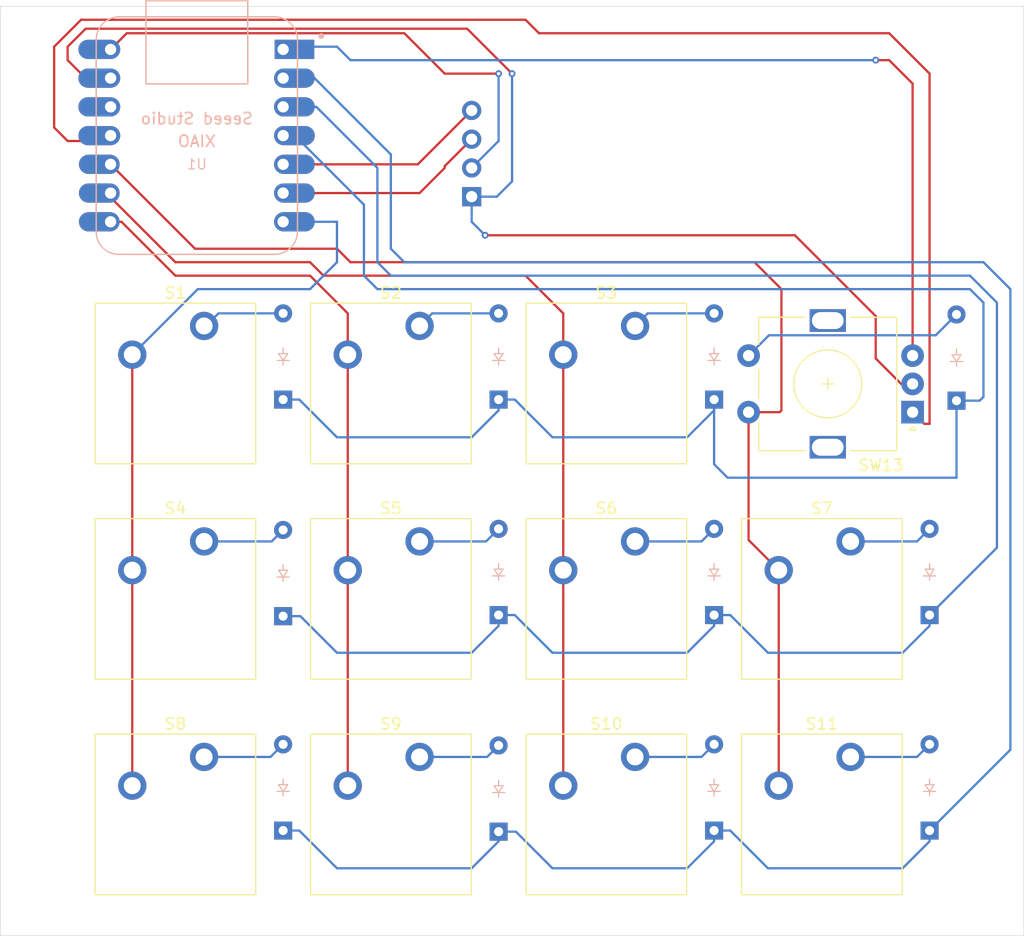
<source format=kicad_pcb>
(kicad_pcb (version 20240108) (generator "pcbnew") (generator_version "8.0")
  (layers (0 "F.Cu" signal) (31 "B.Cu" signal) (34 "B.Paste" user) (35 "F.Paste" user) (36 "B.SilkS" user "B.Silkscreen") (37 "F.SilkS" user "F.Silkscreen") (38 "B.Mask" user) (39 "F.Mask" user) (44 "Edge.Cuts" user))
  (net 0 "")
  (net 1 "Row 0")
  (net 2 "Net-(D1-A)")
  (net 3 "Net-(D2-A)")
  (net 4 "Net-(D3-A)")
  (net 5 "Net-(D4-A)")
  (net 6 "Row 1")
  (net 7 "Net-(D5-A)")
  (net 8 "Net-(D6-A)")
  (net 9 "Net-(D7-A)")
  (net 10 "Net-(D8-A)")
  (net 11 "Row 2")
  (net 12 "Net-(D9-A)")
  (net 13 "Net-(D10-A)")
  (net 14 "Net-(D11-A)")
  (net 15 "GND")
  (net 16 "VCC")
  (net 17 "SDA")
  (net 18 "SCL")
  (net 19 "Col 0")
  (net 20 "Col 1")
  (net 21 "Col 2")
  (net 22 "Col 3")
  (net 23 "Rotary A")
  (net 24 "Rotary B")
  (net 26 "Net-(D12-A)")
  (footprint "ScottoKeebs_MX:MX_PCB_1.00u" (layer "F.Cu") (at 155.1975 112.3625)
    (property "Reference" "S7" (at 0 -8 0) (layer "F.SilkS"))
    (property "Value" "Keyswitch")
    (fp_line (start -7.1 -7.1) (end -7.1 7.1) (stroke (width 0.12)) (layer "F.SilkS"))
    (fp_line (start -7.1 7.1) (end 7.1 7.1) (stroke (width 0.12)) (layer "F.SilkS"))
    (fp_line (start 7.1 -7.1) (end -7.1 -7.1) (stroke (width 0.12)) (layer "F.SilkS"))
    (fp_line (start 7.1 7.1) (end 7.1 -7.1) (stroke (width 0.12)) (layer "F.SilkS"))
    (pad "" np_thru_hole circle (at -5.08 0) (size 1.75 1.75) (drill 1.75) (layers "*.Cu" "*.Mask"))
    (pad "" np_thru_hole circle (at 0 0) (size 4 4) (drill 4) (layers "*.Cu" "*.Mask"))
    (pad "" np_thru_hole circle (at 5.08 0) (size 1.75 1.75) (drill 1.75) (layers "*.Cu" "*.Mask"))
    (pad "1" thru_hole circle (at -3.81 -2.54) (size 2.5 2.5) (drill 1.5) (layers "*.Cu" "*.Mask") (net 22 "Col 3"))
    (pad "2" thru_hole circle (at 2.54 -5.08) (size 2.5 2.5) (drill 1.5) (layers "*.Cu" "*.Mask") (net 9 "Net-(D7-A)"))
  )
  (footprint "ScottoKeebs_MX:MX_PCB_1.00u" (layer "F.Cu") (at 155.1975 131.4125)
    (property "Reference" "S11" (at 0 -8 0) (layer "F.SilkS"))
    (property "Value" "Keyswitch")
    (fp_line (start -7.1 -7.1) (end -7.1 7.1) (stroke (width 0.12)) (layer "F.SilkS"))
    (fp_line (start -7.1 7.1) (end 7.1 7.1) (stroke (width 0.12)) (layer "F.SilkS"))
    (fp_line (start 7.1 -7.1) (end -7.1 -7.1) (stroke (width 0.12)) (layer "F.SilkS"))
    (fp_line (start 7.1 7.1) (end 7.1 -7.1) (stroke (width 0.12)) (layer "F.SilkS"))
    (pad "" np_thru_hole circle (at -5.08 0) (size 1.75 1.75) (drill 1.75) (layers "*.Cu" "*.Mask"))
    (pad "" np_thru_hole circle (at 0 0) (size 4 4) (drill 4) (layers "*.Cu" "*.Mask"))
    (pad "" np_thru_hole circle (at 5.08 0) (size 1.75 1.75) (drill 1.75) (layers "*.Cu" "*.Mask"))
    (pad "1" thru_hole circle (at -3.81 -2.54) (size 2.5 2.5) (drill 1.5) (layers "*.Cu" "*.Mask") (net 22 "Col 3"))
    (pad "2" thru_hole circle (at 2.54 -5.08) (size 2.5 2.5) (drill 1.5) (layers "*.Cu" "*.Mask") (net 14 "Net-(D11-A)"))
  )
  (footprint "ScottoKeebs_MX:MX_PCB_1.00u" (layer "F.Cu") (at 98.0475 112.3625)
    (property "Reference" "S4" (at 0 -8 0) (layer "F.SilkS"))
    (property "Value" "Keyswitch")
    (fp_line (start -7.1 -7.1) (end -7.1 7.1) (stroke (width 0.12)) (layer "F.SilkS"))
    (fp_line (start -7.1 7.1) (end 7.1 7.1) (stroke (width 0.12)) (layer "F.SilkS"))
    (fp_line (start 7.1 -7.1) (end -7.1 -7.1) (stroke (width 0.12)) (layer "F.SilkS"))
    (fp_line (start 7.1 7.1) (end 7.1 -7.1) (stroke (width 0.12)) (layer "F.SilkS"))
    (pad "" np_thru_hole circle (at -5.08 0) (size 1.75 1.75) (drill 1.75) (layers "*.Cu" "*.Mask"))
    (pad "" np_thru_hole circle (at 0 0) (size 4 4) (drill 4) (layers "*.Cu" "*.Mask"))
    (pad "" np_thru_hole circle (at 5.08 0) (size 1.75 1.75) (drill 1.75) (layers "*.Cu" "*.Mask"))
    (pad "1" thru_hole circle (at -3.81 -2.54) (size 2.5 2.5) (drill 1.5) (layers "*.Cu" "*.Mask") (net 19 "Col 0"))
    (pad "2" thru_hole circle (at 2.54 -5.08) (size 2.5 2.5) (drill 1.5) (layers "*.Cu" "*.Mask") (net 5 "Net-(D4-A)"))
  )
  (footprint "ScottoKeebs_MX:MX_PCB_1.00u" (layer "F.Cu") (at 117.0975 131.4125)
    (property "Reference" "S9" (at 0 -8 0) (layer "F.SilkS"))
    (property "Value" "Keyswitch")
    (fp_line (start -7.1 -7.1) (end -7.1 7.1) (stroke (width 0.12)) (layer "F.SilkS"))
    (fp_line (start -7.1 7.1) (end 7.1 7.1) (stroke (width 0.12)) (layer "F.SilkS"))
    (fp_line (start 7.1 -7.1) (end -7.1 -7.1) (stroke (width 0.12)) (layer "F.SilkS"))
    (fp_line (start 7.1 7.1) (end 7.1 -7.1) (stroke (width 0.12)) (layer "F.SilkS"))
    (pad "" np_thru_hole circle (at -5.08 0) (size 1.75 1.75) (drill 1.75) (layers "*.Cu" "*.Mask"))
    (pad "" np_thru_hole circle (at 0 0) (size 4 4) (drill 4) (layers "*.Cu" "*.Mask"))
    (pad "" np_thru_hole circle (at 5.08 0) (size 1.75 1.75) (drill 1.75) (layers "*.Cu" "*.Mask"))
    (pad "1" thru_hole circle (at -3.81 -2.54) (size 2.5 2.5) (drill 1.5) (layers "*.Cu" "*.Mask") (net 20 "Col 1"))
    (pad "2" thru_hole circle (at 2.54 -5.08) (size 2.5 2.5) (drill 1.5) (layers "*.Cu" "*.Mask") (net 12 "Net-(D9-A)"))
  )
  (footprint "ScottoKeebs_Components:OLED_128x32" (layer "F.Cu") (at 122.64125 67.0025)
    (property "Reference" "J1" (hide yes))
    (property "Value" "OLED_128x32")
    (pad "1" thru_hole rect (at 1.6 9.8 180) (size 1.7 1.7) (drill 1) (layers "*.Cu" "*.Mask") (net 15 "GND"))
    (pad "2" thru_hole oval (at 1.6 7.26 180) (size 1.7 1.7) (drill 1) (layers "*.Cu" "*.Mask") (net 16 "VCC"))
    (pad "3" thru_hole oval (at 1.6 4.72 180) (size 1.7 1.7) (drill 1) (layers "*.Cu" "*.Mask") (net 18 "SCL"))
    (pad "4" thru_hole oval (at 1.6 2.18 180) (size 1.7 1.7) (drill 1) (layers "*.Cu" "*.Mask") (net 17 "SDA"))
  )
  (footprint "Rotary_Encoder:RotaryEncoder_Alps_EC11E-Switch_Vertical_H20mm" (layer "F.Cu") (at 163.2225 95.85625 180)
    (property "Reference" "SW13" (at 2.8 -4.7 0) (layer "F.SilkS"))
    (property "Value" "RotaryEncoder_Switch")
    (fp_line (start 13.6 8.4) (end 9.5 8.4) (stroke (width 0.12)) (layer "F.SilkS"))
    (fp_line (start 13.6 6) (end 13.6 8.4) (stroke (width 0.12)) (layer "F.SilkS"))
    (fp_line (start 13.6 1.2) (end 13.6 3.8) (stroke (width 0.12)) (layer "F.SilkS"))
    (fp_line (start 13.6 -3.4) (end 13.6 -1) (stroke (width 0.12)) (layer "F.SilkS"))
    (fp_line (start 9.5 -3.4) (end 13.6 -3.4) (stroke (width 0.12)) (layer "F.SilkS"))
    (fp_line (start 7.5 2) (end 7.5 3) (stroke (width 0.12)) (layer "F.SilkS"))
    (fp_line (start 7 2.5) (end 8 2.5) (stroke (width 0.12)) (layer "F.SilkS"))
    (fp_line (start 5.5 8.4) (end 1.4 8.4) (stroke (width 0.12)) (layer "F.SilkS"))
    (fp_line (start 5.5 -3.4) (end 1.4 -3.4) (stroke (width 0.12)) (layer "F.SilkS"))
    (fp_line (start 1.4 -3.4) (end 1.4 8.4) (stroke (width 0.12)) (layer "F.SilkS"))
    (fp_line (start 0.3 -1.6) (end 0 -1.3) (stroke (width 0.12)) (layer "F.SilkS"))
    (fp_line (start 0 -1.3) (end -0.3 -1.6) (stroke (width 0.12)) (layer "F.SilkS"))
    (fp_line (start -0.3 -1.6) (end 0.3 -1.6) (stroke (width 0.12)) (layer "F.SilkS"))
    (fp_circle (center 7.5 2.5) (end 10.5 2.5) (stroke (width 0.12)) (fill none) (layer "F.SilkS"))
    (pad "A" thru_hole rect (at 0 0 180) (size 2 2) (drill 1) (layers "*.Cu" "*.Mask") (net 23 "Rotary A"))
    (pad "B" thru_hole circle (at 0 5 180) (size 2 2) (drill 1) (layers "*.Cu" "*.Mask") (net 24 "Rotary B"))
    (pad "C" thru_hole circle (at 0 2.5 180) (size 2 2) (drill 1) (layers "*.Cu" "*.Mask") (net 15 "GND"))
    (pad "MP" thru_hole rect (at 7.5 -3.1 180) (size 3.2 2) (drill oval 2.8 1.5) (layers "*.Cu" "*.Mask"))
    (pad "MP" thru_hole rect (at 7.5 8.1 180) (size 3.2 2) (drill oval 2.8 1.5) (layers "*.Cu" "*.Mask"))
    (pad "S1" thru_hole circle (at 14.5 5 180) (size 2 2) (drill 1) (layers "*.Cu" "*.Mask") (net 26 "Net-(D12-A)"))
    (pad "S2" thru_hole circle (at 14.5 0 180) (size 2 2) (drill 1) (layers "*.Cu" "*.Mask") (net 22 "Col 3"))
  )
  (footprint "ScottoKeebs_MX:MX_PCB_1.00u" (layer "F.Cu") (at 136.1475 131.4125)
    (property "Reference" "S10" (at 0 -8 0) (layer "F.SilkS"))
    (property "Value" "Keyswitch")
    (fp_line (start -7.1 -7.1) (end -7.1 7.1) (stroke (width 0.12)) (layer "F.SilkS"))
    (fp_line (start -7.1 7.1) (end 7.1 7.1) (stroke (width 0.12)) (layer "F.SilkS"))
    (fp_line (start 7.1 -7.1) (end -7.1 -7.1) (stroke (width 0.12)) (layer "F.SilkS"))
    (fp_line (start 7.1 7.1) (end 7.1 -7.1) (stroke (width 0.12)) (layer "F.SilkS"))
    (pad "" np_thru_hole circle (at -5.08 0) (size 1.75 1.75) (drill 1.75) (layers "*.Cu" "*.Mask"))
    (pad "" np_thru_hole circle (at 0 0) (size 4 4) (drill 4) (layers "*.Cu" "*.Mask"))
    (pad "" np_thru_hole circle (at 5.08 0) (size 1.75 1.75) (drill 1.75) (layers "*.Cu" "*.Mask"))
    (pad "1" thru_hole circle (at -3.81 -2.54) (size 2.5 2.5) (drill 1.5) (layers "*.Cu" "*.Mask") (net 21 "Col 2"))
    (pad "2" thru_hole circle (at 2.54 -5.08) (size 2.5 2.5) (drill 1.5) (layers "*.Cu" "*.Mask") (net 13 "Net-(D10-A)"))
  )
  (footprint "ScottoKeebs_MX:MX_PCB_1.00u" (layer "F.Cu") (at 98.0475 131.4125)
    (property "Reference" "S8" (at 0 -8 0) (layer "F.SilkS"))
    (property "Value" "Keyswitch")
    (fp_line (start -7.1 -7.1) (end -7.1 7.1) (stroke (width 0.12)) (layer "F.SilkS"))
    (fp_line (start -7.1 7.1) (end 7.1 7.1) (stroke (width 0.12)) (layer "F.SilkS"))
    (fp_line (start 7.1 -7.1) (end -7.1 -7.1) (stroke (width 0.12)) (layer "F.SilkS"))
    (fp_line (start 7.1 7.1) (end 7.1 -7.1) (stroke (width 0.12)) (layer "F.SilkS"))
    (pad "" np_thru_hole circle (at -5.08 0) (size 1.75 1.75) (drill 1.75) (layers "*.Cu" "*.Mask"))
    (pad "" np_thru_hole circle (at 0 0) (size 4 4) (drill 4) (layers "*.Cu" "*.Mask"))
    (pad "" np_thru_hole circle (at 5.08 0) (size 1.75 1.75) (drill 1.75) (layers "*.Cu" "*.Mask"))
    (pad "1" thru_hole circle (at -3.81 -2.54) (size 2.5 2.5) (drill 1.5) (layers "*.Cu" "*.Mask") (net 19 "Col 0"))
    (pad "2" thru_hole circle (at 2.54 -5.08) (size 2.5 2.5) (drill 1.5) (layers "*.Cu" "*.Mask") (net 10 "Net-(D8-A)"))
  )
  (footprint "ScottoKeebs_MX:MX_PCB_1.00u" (layer "F.Cu") (at 117.0975 93.3125)
    (property "Reference" "S2" (at 0 -8 0) (layer "F.SilkS"))
    (property "Value" "Keyswitch")
    (fp_line (start -7.1 -7.1) (end -7.1 7.1) (stroke (width 0.12)) (layer "F.SilkS"))
    (fp_line (start -7.1 7.1) (end 7.1 7.1) (stroke (width 0.12)) (layer "F.SilkS"))
    (fp_line (start 7.1 -7.1) (end -7.1 -7.1) (stroke (width 0.12)) (layer "F.SilkS"))
    (fp_line (start 7.1 7.1) (end 7.1 -7.1) (stroke (width 0.12)) (layer "F.SilkS"))
    (pad "" np_thru_hole circle (at -5.08 0) (size 1.75 1.75) (drill 1.75) (layers "*.Cu" "*.Mask"))
    (pad "" np_thru_hole circle (at 0 0) (size 4 4) (drill 4) (layers "*.Cu" "*.Mask"))
    (pad "" np_thru_hole circle (at 5.08 0) (size 1.75 1.75) (drill 1.75) (layers "*.Cu" "*.Mask"))
    (pad "1" thru_hole circle (at -3.81 -2.54) (size 2.5 2.5) (drill 1.5) (layers "*.Cu" "*.Mask") (net 20 "Col 1"))
    (pad "2" thru_hole circle (at 2.54 -5.08) (size 2.5 2.5) (drill 1.5) (layers "*.Cu" "*.Mask") (net 3 "Net-(D2-A)"))
  )
  (footprint "ScottoKeebs_MX:MX_PCB_1.00u" (layer "F.Cu") (at 117.0975 112.3625)
    (property "Reference" "S5" (at 0 -8 0) (layer "F.SilkS"))
    (property "Value" "Keyswitch")
    (fp_line (start -7.1 -7.1) (end -7.1 7.1) (stroke (width 0.12)) (layer "F.SilkS"))
    (fp_line (start -7.1 7.1) (end 7.1 7.1) (stroke (width 0.12)) (layer "F.SilkS"))
    (fp_line (start 7.1 -7.1) (end -7.1 -7.1) (stroke (width 0.12)) (layer "F.SilkS"))
    (fp_line (start 7.1 7.1) (end 7.1 -7.1) (stroke (width 0.12)) (layer "F.SilkS"))
    (pad "" np_thru_hole circle (at -5.08 0) (size 1.75 1.75) (drill 1.75) (layers "*.Cu" "*.Mask"))
    (pad "" np_thru_hole circle (at 0 0) (size 4 4) (drill 4) (layers "*.Cu" "*.Mask"))
    (pad "" np_thru_hole circle (at 5.08 0) (size 1.75 1.75) (drill 1.75) (layers "*.Cu" "*.Mask"))
    (pad "1" thru_hole circle (at -3.81 -2.54) (size 2.5 2.5) (drill 1.5) (layers "*.Cu" "*.Mask") (net 20 "Col 1"))
    (pad "2" thru_hole circle (at 2.54 -5.08) (size 2.5 2.5) (drill 1.5) (layers "*.Cu" "*.Mask") (net 7 "Net-(D5-A)"))
  )
  (footprint "ScottoKeebs_MX:MX_PCB_1.00u" (layer "F.Cu") (at 136.1475 112.3625)
    (property "Reference" "S6" (at 0 -8 0) (layer "F.SilkS"))
    (property "Value" "Keyswitch")
    (fp_line (start -7.1 -7.1) (end -7.1 7.1) (stroke (width 0.12)) (layer "F.SilkS"))
    (fp_line (start -7.1 7.1) (end 7.1 7.1) (stroke (width 0.12)) (layer "F.SilkS"))
    (fp_line (start 7.1 -7.1) (end -7.1 -7.1) (stroke (width 0.12)) (layer "F.SilkS"))
    (fp_line (start 7.1 7.1) (end 7.1 -7.1) (stroke (width 0.12)) (layer "F.SilkS"))
    (pad "" np_thru_hole circle (at -5.08 0) (size 1.75 1.75) (drill 1.75) (layers "*.Cu" "*.Mask"))
    (pad "" np_thru_hole circle (at 0 0) (size 4 4) (drill 4) (layers "*.Cu" "*.Mask"))
    (pad "" np_thru_hole circle (at 5.08 0) (size 1.75 1.75) (drill 1.75) (layers "*.Cu" "*.Mask"))
    (pad "1" thru_hole circle (at -3.81 -2.54) (size 2.5 2.5) (drill 1.5) (layers "*.Cu" "*.Mask") (net 21 "Col 2"))
    (pad "2" thru_hole circle (at 2.54 -5.08) (size 2.5 2.5) (drill 1.5) (layers "*.Cu" "*.Mask") (net 8 "Net-(D6-A)"))
  )
  (footprint "ScottoKeebs_MX:MX_PCB_1.00u" (layer "F.Cu") (at 136.1475 93.3125)
    (property "Reference" "S3" (at 0 -8 0) (layer "F.SilkS"))
    (property "Value" "Keyswitch")
    (fp_line (start -7.1 -7.1) (end -7.1 7.1) (stroke (width 0.12)) (layer "F.SilkS"))
    (fp_line (start -7.1 7.1) (end 7.1 7.1) (stroke (width 0.12)) (layer "F.SilkS"))
    (fp_line (start 7.1 -7.1) (end -7.1 -7.1) (stroke (width 0.12)) (layer "F.SilkS"))
    (fp_line (start 7.1 7.1) (end 7.1 -7.1) (stroke (width 0.12)) (layer "F.SilkS"))
    (pad "" np_thru_hole circle (at -5.08 0) (size 1.75 1.75) (drill 1.75) (layers "*.Cu" "*.Mask"))
    (pad "" np_thru_hole circle (at 0 0) (size 4 4) (drill 4) (layers "*.Cu" "*.Mask"))
    (pad "" np_thru_hole circle (at 5.08 0) (size 1.75 1.75) (drill 1.75) (layers "*.Cu" "*.Mask"))
    (pad "1" thru_hole circle (at -3.81 -2.54) (size 2.5 2.5) (drill 1.5) (layers "*.Cu" "*.Mask") (net 21 "Col 2"))
    (pad "2" thru_hole circle (at 2.54 -5.08) (size 2.5 2.5) (drill 1.5) (layers "*.Cu" "*.Mask") (net 4 "Net-(D3-A)"))
  )
  (footprint "ScottoKeebs_MX:MX_PCB_1.00u" (layer "F.Cu") (at 98.0475 93.3125)
    (property "Reference" "S1" (at 0 -8 0) (layer "F.SilkS"))
    (property "Value" "Keyswitch")
    (fp_line (start -7.1 -7.1) (end -7.1 7.1) (stroke (width 0.12)) (layer "F.SilkS"))
    (fp_line (start -7.1 7.1) (end 7.1 7.1) (stroke (width 0.12)) (layer "F.SilkS"))
    (fp_line (start 7.1 -7.1) (end -7.1 -7.1) (stroke (width 0.12)) (layer "F.SilkS"))
    (fp_line (start 7.1 7.1) (end 7.1 -7.1) (stroke (width 0.12)) (layer "F.SilkS"))
    (pad "" np_thru_hole circle (at -5.08 0) (size 1.75 1.75) (drill 1.75) (layers "*.Cu" "*.Mask"))
    (pad "" np_thru_hole circle (at 0 0) (size 4 4) (drill 4) (layers "*.Cu" "*.Mask"))
    (pad "" np_thru_hole circle (at 5.08 0) (size 1.75 1.75) (drill 1.75) (layers "*.Cu" "*.Mask"))
    (pad "1" thru_hole circle (at -3.81 -2.54) (size 2.5 2.5) (drill 1.5) (layers "*.Cu" "*.Mask") (net 19 "Col 0"))
    (pad "2" thru_hole circle (at 2.54 -5.08) (size 2.5 2.5) (drill 1.5) (layers "*.Cu" "*.Mask") (net 2 "Net-(D1-A)"))
  )
  (footprint "ScottoKeebs_Components:Diode_DO-35" (layer "B.Cu") (at 164.7225 132.84125 90)
    (property "Reference" "D11" (hide yes))
    (property "Value" "Diode" (hide yes))
    (fp_line (start 3.46 -0.55) (end 3.46 0.55) (stroke (width 0.1)) (layer "B.SilkS"))
    (fp_line (start 4.06 -0.4) (end 4.06 0.4) (stroke (width 0.1)) (layer "B.SilkS"))
    (fp_line (start 4.56 0) (end 4.06 0) (stroke (width 0.1)) (layer "B.SilkS"))
    (fp_line (start 3.46 0) (end 4.06 -0.4) (stroke (width 0.1)) (layer "B.SilkS"))
    (fp_line (start 3.46 0) (end 3.06 0) (stroke (width 0.1)) (layer "B.SilkS"))
    (fp_line (start 4.06 0.4) (end 3.46 0) (stroke (width 0.1)) (layer "B.SilkS"))
    (pad "1" thru_hole rect (at 0 0 90) (size 1.6 1.6) (drill 0.8) (layers "*.Cu" "*.Mask") (net 11 "Row 2"))
    (pad "2" thru_hole oval (at 7.62 0 90) (size 1.6 1.6) (drill 0.8) (layers "*.Cu" "*.Mask") (net 14 "Net-(D11-A)"))
  )
  (footprint "ScottoKeebs_Components:Diode_DO-35" (layer "B.Cu") (at 126.6225 132.93875 90)
    (property "Reference" "D9" (hide yes))
    (property "Value" "Diode" (hide yes))
    (fp_line (start 3.46 -0.55) (end 3.46 0.55) (stroke (width 0.1)) (layer "B.SilkS"))
    (fp_line (start 4.06 -0.4) (end 4.06 0.4) (stroke (width 0.1)) (layer "B.SilkS"))
    (fp_line (start 4.56 0) (end 4.06 0) (stroke (width 0.1)) (layer "B.SilkS"))
    (fp_line (start 3.46 0) (end 4.06 -0.4) (stroke (width 0.1)) (layer "B.SilkS"))
    (fp_line (start 3.46 0) (end 3.06 0) (stroke (width 0.1)) (layer "B.SilkS"))
    (fp_line (start 4.06 0.4) (end 3.46 0) (stroke (width 0.1)) (layer "B.SilkS"))
    (pad "1" thru_hole rect (at 0 0 90) (size 1.6 1.6) (drill 0.8) (layers "*.Cu" "*.Mask") (net 11 "Row 2"))
    (pad "2" thru_hole oval (at 7.62 0 90) (size 1.6 1.6) (drill 0.8) (layers "*.Cu" "*.Mask") (net 12 "Net-(D9-A)"))
  )
  (footprint "ScottoKeebs_Components:Diode_DO-35" (layer "B.Cu") (at 145.6725 132.84125 90)
    (property "Reference" "D10" (hide yes))
    (property "Value" "Diode" (hide yes))
    (fp_line (start 3.46 -0.55) (end 3.46 0.55) (stroke (width 0.1)) (layer "B.SilkS"))
    (fp_line (start 4.06 -0.4) (end 4.06 0.4) (stroke (width 0.1)) (layer "B.SilkS"))
    (fp_line (start 4.56 0) (end 4.06 0) (stroke (width 0.1)) (layer "B.SilkS"))
    (fp_line (start 3.46 0) (end 4.06 -0.4) (stroke (width 0.1)) (layer "B.SilkS"))
    (fp_line (start 3.46 0) (end 3.06 0) (stroke (width 0.1)) (layer "B.SilkS"))
    (fp_line (start 4.06 0.4) (end 3.46 0) (stroke (width 0.1)) (layer "B.SilkS"))
    (pad "1" thru_hole rect (at 0 0 90) (size 1.6 1.6) (drill 0.8) (layers "*.Cu" "*.Mask") (net 11 "Row 2"))
    (pad "2" thru_hole oval (at 7.62 0 90) (size 1.6 1.6) (drill 0.8) (layers "*.Cu" "*.Mask") (net 13 "Net-(D10-A)"))
  )
  (footprint "footprints:XIAO-Generic-Hybrid-14P-2.54-21X17.8MM" (layer "B.Cu") (at 99.9475 71.405 180)
    (property "Reference" "U1" (at 0 -2.54 0) (layer "B.SilkS") (effects (font (size 0.889 0.889) (thickness 0.1016)) (justify mirror)))
    (property "Value" "MOUDLE-SEEEDUINO-XIAO" (hide yes))
    (fp_line (start 8.9 8.5) (end 8.9 -8.5) (stroke (width 0.127)) (layer "B.SilkS"))
    (fp_line (start 6.9 -10.5) (end -6.9 -10.5) (stroke (width 0.127)) (layer "B.SilkS"))
    (fp_line (start 4.5 11.92403) (end -4.5 11.92403) (stroke (width 0.127)) (layer "B.SilkS"))
    (fp_line (start 4.5 4.57073) (end 4.5 11.92403) (stroke (width 0.127)) (layer "B.SilkS"))
    (fp_line (start -4.5 11.92403) (end -4.5 4.57073) (stroke (width 0.127)) (layer "B.SilkS"))
    (fp_line (start -4.5 4.57073) (end 4.5 4.57073) (stroke (width 0.127)) (layer "B.SilkS"))
    (fp_line (start -6.9 10.49909) (end 6.9 10.49909) (stroke (width 0.127)) (layer "B.SilkS"))
    (fp_line (start -8.9 -8.5) (end -8.9 8.5) (stroke (width 0.127)) (layer "B.SilkS"))
    (fp_arc (start 8.9 8.5) (mid 8.301492 9.901492) (end 6.9 10.5) (stroke (width 0.12)) (layer "B.SilkS"))
    (fp_arc (start 6.9 -10.5) (mid 8.314214 -9.914214) (end 8.9 -8.5) (stroke (width 0.12)) (layer "B.SilkS"))
    (fp_arc (start -6.9 10.5) (mid -8.301491 9.901491) (end -8.9 8.5) (stroke (width 0.12)) (layer "B.SilkS"))
    (fp_arc (start -8.9 -8.5) (mid -8.301423 -9.901423) (end -6.9 -10.5) (stroke (width 0.12)) (layer "B.SilkS"))
    (fp_circle (center -11 8.8) (end -11 9.054) (fill solid) (layer "B.SilkS"))
    (fp_poly (pts (xy -8.887715 8.561705) (xy -8.884667 8.610473) (xy -8.880603 8.659494)) (stroke (width 0.0254)) (fill none) (layer "B.SilkS"))
    (fp_poly (pts (xy 8.889492 -8.521574) (xy 8.887713 -8.57085) (xy 8.884665 -8.619618) (xy 8.880601 -8.668639) (xy 8.875268 -8.717407) (xy 8.868664 -8.766175) (xy 8.861044 -8.81469) (xy 8.852153 -8.86295) (xy 8.842248 -8.910955)) (stroke (width 0.0254)) (fill none) (layer "B.SilkS"))
    (fp_text user "Seeed Studio" (at 0 1.5 0) (layer "B.SilkS") (effects (justify mirror)))
    (fp_text user "XIAO" (at 0 -0.5 0) (layer "B.SilkS") (effects (justify mirror)))
    (pad "1" thru_hole rect (at -7.625 7.62 180) (size 3.5 1.7) (drill 1 (offset -1 0)) (layers "*.Cu" "*.Mask") (net 24 "Rotary B"))
    (pad "2" thru_hole oval (at -7.625 5.08 180) (size 3.6 1.7) (drill 1 (offset -1 0)) (layers "*.Cu" "*.Mask") (net 11 "Row 2"))
    (pad "3" thru_hole oval (at -7.625 2.54 180) (size 3.6 1.7) (drill 1 (offset -1 0)) (layers "*.Cu" "*.Mask") (net 6 "Row 1"))
    (pad "4" thru_hole oval (at -7.625 0 180) (size 3.6 1.7) (drill 1 (offset -1 0)) (layers "*.Cu" "*.Mask") (net 1 "Row 0"))
    (pad "5" thru_hole oval (at -7.625 -2.54 180) (size 3.6 1.7) (drill 1 (offset -1 0)) (layers "*.Cu" "*.Mask") (net 17 "SDA"))
    (pad "6" thru_hole oval (at -7.625 -5.08) (size 3.6 1.7) (drill 1 (offset 1 0)) (layers "*.Cu" "*.Mask") (net 18 "SCL"))
    (pad "7" thru_hole oval (at -7.625 -7.62 180) (size 3.6 1.7) (drill 1 (offset -1 0)) (layers "*.Cu" "*.Mask") (net 19 "Col 0"))
    (pad "8" thru_hole oval (at 7.625 -7.62 180) (size 3.6 1.7) (drill 1 (offset 1 0)) (layers "*.Cu" "*.Mask") (net 20 "Col 1"))
    (pad "9" thru_hole oval (at 7.625 -5.08 180) (size 3.6 1.7) (drill 1 (offset 1 0)) (layers "*.Cu" "*.Mask") (net 21 "Col 2"))
    (pad "10" thru_hole oval (at 7.625 -2.54 180) (size 3.6 1.7) (drill 1 (offset 1 0)) (layers "*.Cu" "*.Mask") (net 22 "Col 3"))
    (pad "11" thru_hole oval (at 7.625 0 180) (size 3.7 1.7) (drill 1 (offset 1 0)) (layers "*.Cu" "*.Mask") (net 23 "Rotary A"))
    (pad "12" thru_hole oval (at 7.625 2.54 180) (size 3.7 1.7) (drill 1 (offset 1 0)) (layers "*.Cu" "*.Mask"))
    (pad "13" thru_hole oval (at 7.625 5.08 180) (size 3.7 1.7) (drill 1 (offset 1 0)) (layers "*.Cu" "*.Mask") (net 15 "GND"))
    (pad "14" thru_hole oval (at 7.625 7.62 180) (size 3.7 1.7) (drill 1 (offset 1 0)) (layers "*.Cu" "*.Mask") (net 16 "VCC"))
  )
  (footprint "ScottoKeebs_Components:Diode_DO-35" (layer "B.Cu") (at 126.6225 94.74125 90)
    (property "Reference" "D2" (hide yes))
    (property "Value" "Diode" (hide yes))
    (fp_line (start 3.46 -0.55) (end 3.46 0.55) (stroke (width 0.1)) (layer "B.SilkS"))
    (fp_line (start 4.06 -0.4) (end 4.06 0.4) (stroke (width 0.1)) (layer "B.SilkS"))
    (fp_line (start 4.56 0) (end 4.06 0) (stroke (width 0.1)) (layer "B.SilkS"))
    (fp_line (start 3.46 0) (end 4.06 -0.4) (stroke (width 0.1)) (layer "B.SilkS"))
    (fp_line (start 3.46 0) (end 3.06 0) (stroke (width 0.1)) (layer "B.SilkS"))
    (fp_line (start 4.06 0.4) (end 3.46 0) (stroke (width 0.1)) (layer "B.SilkS"))
    (pad "1" thru_hole rect (at 0 0 90) (size 1.6 1.6) (drill 0.8) (layers "*.Cu" "*.Mask") (net 1 "Row 0"))
    (pad "2" thru_hole oval (at 7.62 0 90) (size 1.6 1.6) (drill 0.8) (layers "*.Cu" "*.Mask") (net 3 "Net-(D2-A)"))
  )
  (footprint "ScottoKeebs_Components:Diode_DO-35" (layer "B.Cu") (at 107.5725 113.88875 90)
    (property "Reference" "D4" (hide yes))
    (property "Value" "Diode" (hide yes))
    (fp_line (start 3.46 -0.55) (end 3.46 0.55) (stroke (width 0.1)) (layer "B.SilkS"))
    (fp_line (start 4.06 -0.4) (end 4.06 0.4) (stroke (width 0.1)) (layer "B.SilkS"))
    (fp_line (start 4.56 0) (end 4.06 0) (stroke (width 0.1)) (layer "B.SilkS"))
    (fp_line (start 3.46 0) (end 4.06 -0.4) (stroke (width 0.1)) (layer "B.SilkS"))
    (fp_line (start 3.46 0) (end 3.06 0) (stroke (width 0.1)) (layer "B.SilkS"))
    (fp_line (start 4.06 0.4) (end 3.46 0) (stroke (width 0.1)) (layer "B.SilkS"))
    (pad "1" thru_hole rect (at 0 0 90) (size 1.6 1.6) (drill 0.8) (layers "*.Cu" "*.Mask") (net 6 "Row 1"))
    (pad "2" thru_hole oval (at 7.62 0 90) (size 1.6 1.6) (drill 0.8) (layers "*.Cu" "*.Mask") (net 5 "Net-(D4-A)"))
  )
  (footprint "ScottoKeebs_Components:Diode_DO-35" (layer "B.Cu") (at 107.5725 132.84125 90)
    (property "Reference" "D8" (hide yes))
    (property "Value" "Diode" (hide yes))
    (fp_line (start 3.46 -0.55) (end 3.46 0.55) (stroke (width 0.1)) (layer "B.SilkS"))
    (fp_line (start 4.06 -0.4) (end 4.06 0.4) (stroke (width 0.1)) (layer "B.SilkS"))
    (fp_line (start 4.56 0) (end 4.06 0) (stroke (width 0.1)) (layer "B.SilkS"))
    (fp_line (start 3.46 0) (end 4.06 -0.4) (stroke (width 0.1)) (layer "B.SilkS"))
    (fp_line (start 3.46 0) (end 3.06 0) (stroke (width 0.1)) (layer "B.SilkS"))
    (fp_line (start 4.06 0.4) (end 3.46 0) (stroke (width 0.1)) (layer "B.SilkS"))
    (pad "1" thru_hole rect (at 0 0 90) (size 1.6 1.6) (drill 0.8) (layers "*.Cu" "*.Mask") (net 11 "Row 2"))
    (pad "2" thru_hole oval (at 7.62 0 90) (size 1.6 1.6) (drill 0.8) (layers "*.Cu" "*.Mask") (net 10 "Net-(D8-A)"))
  )
  (footprint "ScottoKeebs_Components:Diode_DO-35" (layer "B.Cu") (at 145.6725 94.74125 90)
    (property "Reference" "D3" (hide yes))
    (property "Value" "Diode" (hide yes))
    (fp_line (start 3.46 -0.55) (end 3.46 0.55) (stroke (width 0.1)) (layer "B.SilkS"))
    (fp_line (start 4.06 -0.4) (end 4.06 0.4) (stroke (width 0.1)) (layer "B.SilkS"))
    (fp_line (start 4.56 0) (end 4.06 0) (stroke (width 0.1)) (layer "B.SilkS"))
    (fp_line (start 3.46 0) (end 4.06 -0.4) (stroke (width 0.1)) (layer "B.SilkS"))
    (fp_line (start 3.46 0) (end 3.06 0) (stroke (width 0.1)) (layer "B.SilkS"))
    (fp_line (start 4.06 0.4) (end 3.46 0) (stroke (width 0.1)) (layer "B.SilkS"))
    (pad "1" thru_hole rect (at 0 0 90) (size 1.6 1.6) (drill 0.8) (layers "*.Cu" "*.Mask") (net 1 "Row 0"))
    (pad "2" thru_hole oval (at 7.62 0 90) (size 1.6 1.6) (drill 0.8) (layers "*.Cu" "*.Mask") (net 4 "Net-(D3-A)"))
  )
  (footprint "ScottoKeebs_Components:Diode_DO-35" (layer "B.Cu") (at 164.7225 113.79125 90)
    (property "Reference" "D7" (hide yes))
    (property "Value" "Diode" (hide yes))
    (fp_line (start 3.46 -0.55) (end 3.46 0.55) (stroke (width 0.1)) (layer "B.SilkS"))
    (fp_line (start 4.06 -0.4) (end 4.06 0.4) (stroke (width 0.1)) (layer "B.SilkS"))
    (fp_line (start 4.56 0) (end 4.06 0) (stroke (width 0.1)) (layer "B.SilkS"))
    (fp_line (start 3.46 0) (end 4.06 -0.4) (stroke (width 0.1)) (layer "B.SilkS"))
    (fp_line (start 3.46 0) (end 3.06 0) (stroke (width 0.1)) (layer "B.SilkS"))
    (fp_line (start 4.06 0.4) (end 3.46 0) (stroke (width 0.1)) (layer "B.SilkS"))
    (pad "1" thru_hole rect (at 0 0 90) (size 1.6 1.6) (drill 0.8) (layers "*.Cu" "*.Mask") (net 6 "Row 1"))
    (pad "2" thru_hole oval (at 7.62 0 90) (size 1.6 1.6) (drill 0.8) (layers "*.Cu" "*.Mask") (net 9 "Net-(D7-A)"))
  )
  (footprint "ScottoKeebs_Components:Diode_DO-35" (layer "B.Cu") (at 167.10375 94.83875 90)
    (property "Reference" "D12" (hide yes))
    (property "Value" "Diode" (hide yes))
    (fp_line (start 3.46 -0.55) (end 3.46 0.55) (stroke (width 0.1)) (layer "B.SilkS"))
    (fp_line (start 4.06 -0.4) (end 4.06 0.4) (stroke (width 0.1)) (layer "B.SilkS"))
    (fp_line (start 4.56 0) (end 4.06 0) (stroke (width 0.1)) (layer "B.SilkS"))
    (fp_line (start 3.46 0) (end 4.06 -0.4) (stroke (width 0.1)) (layer "B.SilkS"))
    (fp_line (start 3.46 0) (end 3.06 0) (stroke (width 0.1)) (layer "B.SilkS"))
    (fp_line (start 4.06 0.4) (end 3.46 0) (stroke (width 0.1)) (layer "B.SilkS"))
    (pad "1" thru_hole rect (at 0 0 90) (size 1.6 1.6) (drill 0.8) (layers "*.Cu" "*.Mask") (net 1 "Row 0"))
    (pad "2" thru_hole oval (at 7.62 0 90) (size 1.6 1.6) (drill 0.8) (layers "*.Cu" "*.Mask") (net 26 "Net-(D12-A)"))
  )
  (footprint "ScottoKeebs_Components:Diode_DO-35" (layer "B.Cu") (at 145.6725 113.79125 90)
    (property "Reference" "D6" (hide yes))
    (property "Value" "Diode" (hide yes))
    (fp_line (start 3.46 -0.55) (end 3.46 0.55) (stroke (width 0.1)) (layer "B.SilkS"))
    (fp_line (start 4.06 -0.4) (end 4.06 0.4) (stroke (width 0.1)) (layer "B.SilkS"))
    (fp_line (start 4.56 0) (end 4.06 0) (stroke (width 0.1)) (layer "B.SilkS"))
    (fp_line (start 3.46 0) (end 4.06 -0.4) (stroke (width 0.1)) (layer "B.SilkS"))
    (fp_line (start 3.46 0) (end 3.06 0) (stroke (width 0.1)) (layer "B.SilkS"))
    (fp_line (start 4.06 0.4) (end 3.46 0) (stroke (width 0.1)) (layer "B.SilkS"))
    (pad "1" thru_hole rect (at 0 0 90) (size 1.6 1.6) (drill 0.8) (layers "*.Cu" "*.Mask") (net 6 "Row 1"))
    (pad "2" thru_hole oval (at 7.62 0 90) (size 1.6 1.6) (drill 0.8) (layers "*.Cu" "*.Mask") (net 8 "Net-(D6-A)"))
  )
  (footprint "ScottoKeebs_Components:Diode_DO-35" (layer "B.Cu") (at 107.5725 94.74125 90)
    (property "Reference" "D1" (hide yes))
    (property "Value" "Diode" (hide yes))
    (fp_line (start 3.46 -0.55) (end 3.46 0.55) (stroke (width 0.1)) (layer "B.SilkS"))
    (fp_line (start 4.06 -0.4) (end 4.06 0.4) (stroke (width 0.1)) (layer "B.SilkS"))
    (fp_line (start 4.56 0) (end 4.06 0) (stroke (width 0.1)) (layer "B.SilkS"))
    (fp_line (start 3.46 0) (end 4.06 -0.4) (stroke (width 0.1)) (layer "B.SilkS"))
    (fp_line (start 3.46 0) (end 3.06 0) (stroke (width 0.1)) (layer "B.SilkS"))
    (fp_line (start 4.06 0.4) (end 3.46 0) (stroke (width 0.1)) (layer "B.SilkS"))
    (pad "1" thru_hole rect (at 0 0 90) (size 1.6 1.6) (drill 0.8) (layers "*.Cu" "*.Mask") (net 1 "Row 0"))
    (pad "2" thru_hole oval (at 7.62 0 90) (size 1.6 1.6) (drill 0.8) (layers "*.Cu" "*.Mask") (net 2 "Net-(D1-A)"))
  )
  (footprint "ScottoKeebs_Components:Diode_DO-35" (layer "B.Cu") (at 126.6225 113.79125 90)
    (property "Reference" "D5" (hide yes))
    (property "Value" "Diode" (hide yes))
    (fp_line (start 3.46 -0.55) (end 3.46 0.55) (stroke (width 0.1)) (layer "B.SilkS"))
    (fp_line (start 4.06 -0.4) (end 4.06 0.4) (stroke (width 0.1)) (layer "B.SilkS"))
    (fp_line (start 4.56 0) (end 4.06 0) (stroke (width 0.1)) (layer "B.SilkS"))
    (fp_line (start 3.46 0) (end 4.06 -0.4) (stroke (width 0.1)) (layer "B.SilkS"))
    (fp_line (start 3.46 0) (end 3.06 0) (stroke (width 0.1)) (layer "B.SilkS"))
    (fp_line (start 4.06 0.4) (end 3.46 0) (stroke (width 0.1)) (layer "B.SilkS"))
    (pad "1" thru_hole rect (at 0 0 90) (size 1.6 1.6) (drill 0.8) (layers "*.Cu" "*.Mask") (net 6 "Row 1"))
    (pad "2" thru_hole oval (at 7.62 0 90) (size 1.6 1.6) (drill 0.8) (layers "*.Cu" "*.Mask") (net 7 "Net-(D5-A)"))
  )
  (gr_line (start 173.056875 59.975) (end 173.056875 142.128125) (stroke (width 0.05)) (layer "Edge.Cuts"))
  (gr_line (start 173.056875 142.128125) (end 82.569375 142.128125) (stroke (width 0.05)) (layer "Edge.Cuts"))
  (gr_line (start 109.95375 59.975) (end 173.056875 59.975) (stroke (width 0.05)) (layer "Edge.Cuts"))
  (gr_line (start 87.331875 59.975) (end 109.95375 59.975) (stroke (width 0.05)) (layer "Edge.Cuts"))
  (gr_line (start 82.569375 59.975) (end 87.331875 59.975) (stroke (width 0.05)) (layer "Edge.Cuts"))
  (gr_line (start 82.569375 142.128125) (end 82.569375 59.975) (stroke (width 0.05)) (layer "Edge.Cuts"))
  (segment (start 115.906875 84.978125) (end 114.71625 83.7875) (width 0.2) (layer "B.Cu") (net 1))
  (segment (start 109.00125 94.74125) (end 112.335 98.075) (width 0.2) (layer "B.Cu") (net 1))
  (segment (start 126.6225 95.69375) (end 126.6225 94.74125) (width 0.2) (layer "B.Cu") (net 1))
  (segment (start 169.485 94.503125) (end 169.485 86.16875) (width 0.2) (layer "B.Cu") (net 1))
  (segment (start 107.5725 94.74125) (end 109.00125 94.74125) (width 0.2) (layer "B.Cu") (net 1))
  (segment (start 128.05125 94.74125) (end 131.385 98.075) (width 0.2) (layer "B.Cu") (net 1))
  (segment (start 112.335 98.075) (end 124.24125 98.075) (width 0.2) (layer "B.Cu") (net 1))
  (segment (start 146.863125 101.646875) (end 167.10375 101.646875) (width 0.2) (layer "B.Cu") (net 1))
  (segment (start 145.6725 94.74125) (end 145.6725 100.45625) (width 0.2) (layer "B.Cu") (net 1))
  (segment (start 169.485 86.16875) (end 168.294375 84.978125) (width 0.2) (layer "B.Cu") (net 1))
  (segment (start 145.6725 100.45625) (end 146.863125 101.646875) (width 0.2) (layer "B.Cu") (net 1))
  (segment (start 167.10375 94.83875) (end 169.149375 94.83875) (width 0.2) (layer "B.Cu") (net 1))
  (segment (start 124.24125 98.075) (end 126.6225 95.69375) (width 0.2) (layer "B.Cu") (net 1))
  (segment (start 167.10375 101.646875) (end 167.10375 94.83875) (width 0.2) (layer "B.Cu") (net 1))
  (segment (start 145.6725 95.69375) (end 145.6725 94.74125) (width 0.2) (layer "B.Cu") (net 1))
  (segment (start 143.29125 98.075) (end 145.6725 95.69375) (width 0.2) (layer "B.Cu") (net 1))
  (segment (start 131.385 98.075) (end 143.29125 98.075) (width 0.2) (layer "B.Cu") (net 1))
  (segment (start 168.294375 84.978125) (end 115.906875 84.978125) (width 0.2) (layer "B.Cu") (net 1))
  (segment (start 114.71625 83.7875) (end 114.71625 77.512404) (width 0.2) (layer "B.Cu") (net 1))
  (segment (start 114.71625 77.512404) (end 108.608846 71.405) (width 0.2) (layer "B.Cu") (net 1))
  (segment (start 108.608846 71.405) (end 107.5725 71.405) (width 0.2) (layer "B.Cu") (net 1))
  (segment (start 126.6225 94.74125) (end 128.05125 94.74125) (width 0.2) (layer "B.Cu") (net 1))
  (segment (start 169.149375 94.83875) (end 169.485 94.503125) (width 0.2) (layer "B.Cu") (net 1))
  (segment (start 100.5875 88.2325) (end 100.5875 88.39125) (width 0.2) (layer "B.Cu") (net 2))
  (segment (start 101.8575 87.12125) (end 107.5725 87.12125) (width 0.2) (layer "B.Cu") (net 2))
  (segment (start 100.5875 88.39125) (end 101.8575 87.12125) (width 0.2) (layer "B.Cu") (net 2))
  (segment (start 126.6225 87.12125) (end 120.74875 87.12125) (width 0.2) (layer "B.Cu") (net 3))
  (segment (start 120.74875 87.12125) (end 119.6375 88.2325) (width 0.2) (layer "B.Cu") (net 3))
  (segment (start 145.6725 87.12125) (end 139.79875 87.12125) (width 0.2) (layer "B.Cu") (net 4))
  (segment (start 139.79875 87.12125) (end 138.6875 88.2325) (width 0.2) (layer "B.Cu") (net 4))
  (segment (start 106.55875 107.2825) (end 107.5725 106.26875) (width 0.2) (layer "B.Cu") (net 5))
  (segment (start 100.5875 107.2825) (end 106.55875 107.2825) (width 0.2) (layer "B.Cu") (net 5))
  (segment (start 115.906875 74.2625) (end 110.509375 68.865) (width 0.2) (layer "B.Cu") (net 6))
  (segment (start 147.10125 113.79125) (end 150.435 117.125) (width 0.2) (layer "B.Cu") (net 6))
  (segment (start 126.6225 113.79125) (end 128.05125 113.79125) (width 0.2) (layer "B.Cu") (net 6))
  (segment (start 115.906875 82.596875) (end 115.906875 74.2625) (width 0.2) (layer "B.Cu") (net 6))
  (segment (start 112.335 117.125) (end 124.24125 117.125) (width 0.2) (layer "B.Cu") (net 6))
  (segment (start 126.6225 114.74375) (end 126.6225 113.79125) (width 0.2) (layer "B.Cu") (net 6))
  (segment (start 164.7225 114.74375) (end 164.7225 113.79125) (width 0.2) (layer "B.Cu") (net 6))
  (segment (start 109.09875 113.88875) (end 112.335 117.125) (width 0.2) (layer "B.Cu") (net 6))
  (segment (start 145.6725 114.74375) (end 145.6725 113.79125) (width 0.2) (layer "B.Cu") (net 6))
  (segment (start 150.435 117.125) (end 162.34125 117.125) (width 0.2) (layer "B.Cu") (net 6))
  (segment (start 124.24125 117.125) (end 126.6225 114.74375) (width 0.2) (layer "B.Cu") (net 6))
  (segment (start 168.294375 83.7875) (end 117.0975 83.7875) (width 0.2) (layer "B.Cu") (net 6))
  (segment (start 162.34125 117.125) (end 164.7225 114.74375) (width 0.2) (layer "B.Cu") (net 6))
  (segment (start 117.0975 83.7875) (end 115.906875 82.596875) (width 0.2) (layer "B.Cu") (net 6))
  (segment (start 143.29125 117.125) (end 145.6725 114.74375) (width 0.2) (layer "B.Cu") (net 6))
  (segment (start 145.6725 113.79125) (end 147.10125 113.79125) (width 0.2) (layer "B.Cu") (net 6))
  (segment (start 170.675625 86.16875) (end 168.294375 83.7875) (width 0.2) (layer "B.Cu") (net 6))
  (segment (start 128.05125 113.79125) (end 131.385 117.125) (width 0.2) (layer "B.Cu") (net 6))
  (segment (start 110.509375 68.865) (end 107.5725 68.865) (width 0.2) (layer "B.Cu") (net 6))
  (segment (start 131.385 117.125) (end 143.29125 117.125) (width 0.2) (layer "B.Cu") (net 6))
  (segment (start 164.7225 113.79125) (end 170.675625 107.838125) (width 0.2) (layer "B.Cu") (net 6))
  (segment (start 170.675625 107.838125) (end 170.675625 86.16875) (width 0.2) (layer "B.Cu") (net 6))
  (segment (start 107.5725 113.88875) (end 109.09875 113.88875) (width 0.2) (layer "B.Cu") (net 6))
  (segment (start 119.6375 107.2825) (end 125.51125 107.2825) (width 0.2) (layer "B.Cu") (net 7))
  (segment (start 125.51125 107.2825) (end 126.6225 106.17125) (width 0.2) (layer "B.Cu") (net 7))
  (segment (start 144.56125 107.2825) (end 145.6725 106.17125) (width 0.2) (layer "B.Cu") (net 8))
  (segment (start 138.6875 107.2825) (end 144.56125 107.2825) (width 0.2) (layer "B.Cu") (net 8))
  (segment (start 157.7375 107.2825) (end 163.61125 107.2825) (width 0.2) (layer "B.Cu") (net 9))
  (segment (start 163.61125 107.2825) (end 164.7225 106.17125) (width 0.2) (layer "B.Cu") (net 9))
  (segment (start 106.46125 126.3325) (end 107.5725 125.22125) (width 0.2) (layer "B.Cu") (net 10))
  (segment (start 100.5875 126.3325) (end 106.46125 126.3325) (width 0.2) (layer "B.Cu") (net 10))
  (segment (start 107.5725 132.84125) (end 109.00125 132.84125) (width 0.2) (layer "B.Cu") (net 11))
  (segment (start 109.00125 132.84125) (end 112.335 136.175) (width 0.2) (layer "B.Cu") (net 11))
  (segment (start 117.0975 81.40625) (end 117.0975 73.071875) (width 0.2) (layer "B.Cu") (net 11))
  (segment (start 145.6725 132.84125) (end 147.10125 132.84125) (width 0.2) (layer "B.Cu") (net 11))
  (segment (start 124.24125 136.175) (end 126.6225 133.79375) (width 0.2) (layer "B.Cu") (net 11))
  (segment (start 117.0975 73.071875) (end 110.350625 66.325) (width 0.2) (layer "B.Cu") (net 11))
  (segment (start 147.10125 132.84125) (end 150.435 136.175) (width 0.2) (layer "B.Cu") (net 11))
  (segment (start 162.34125 136.175) (end 164.7225 133.79375) (width 0.2) (layer "B.Cu") (net 11))
  (segment (start 110.350625 66.325) (end 107.5725 66.325) (width 0.2) (layer "B.Cu") (net 11))
  (segment (start 143.29125 136.175) (end 145.6725 133.79375) (width 0.2) (layer "B.Cu") (net 11))
  (segment (start 145.6725 133.79375) (end 145.6725 132.84125) (width 0.2) (layer "B.Cu") (net 11))
  (segment (start 169.485 82.596875) (end 118.288125 82.596875) (width 0.2) (layer "B.Cu") (net 11))
  (segment (start 126.6225 133.79375) (end 126.6225 132.93875) (width 0.2) (layer "B.Cu") (net 11))
  (segment (start 150.435 136.175) (end 162.34125 136.175) (width 0.2) (layer "B.Cu") (net 11))
  (segment (start 112.335 136.175) (end 124.24125 136.175) (width 0.2) (layer "B.Cu") (net 11))
  (segment (start 171.86625 125.6975) (end 171.86625 84.978125) (width 0.2) (layer "B.Cu") (net 11))
  (segment (start 118.288125 82.596875) (end 117.0975 81.40625) (width 0.2) (layer "B.Cu") (net 11))
  (segment (start 164.7225 133.79375) (end 164.7225 132.84125) (width 0.2) (layer "B.Cu") (net 11))
  (segment (start 126.6225 132.93875) (end 128.14875 132.93875) (width 0.2) (layer "B.Cu") (net 11))
  (segment (start 171.86625 84.978125) (end 169.485 82.596875) (width 0.2) (layer "B.Cu") (net 11))
  (segment (start 128.14875 132.93875) (end 131.385 136.175) (width 0.2) (layer "B.Cu") (net 11))
  (segment (start 131.385 136.175) (end 143.29125 136.175) (width 0.2) (layer "B.Cu") (net 11))
  (segment (start 164.7225 132.84125) (end 171.86625 125.6975) (width 0.2) (layer "B.Cu") (net 11))
  (segment (start 119.6375 126.3325) (end 125.60875 126.3325) (width 0.2) (layer "B.Cu") (net 12))
  (segment (start 125.60875 126.3325) (end 126.6225 125.31875) (width 0.2) (layer "B.Cu") (net 12))
  (segment (start 138.6875 126.3325) (end 144.56125 126.3325) (width 0.2) (layer "B.Cu") (net 13))
  (segment (start 144.56125 126.3325) (end 145.6725 125.22125) (width 0.2) (layer "B.Cu") (net 13))
  (segment (start 163.61125 126.3325) (end 164.7225 125.22125) (width 0.2) (layer "B.Cu") (net 14))
  (segment (start 157.7375 126.3325) (end 163.61125 126.3325) (width 0.2) (layer "B.Cu") (net 14))
  (segment (start 90.113125 61.95625) (end 88.5225 63.546875) (width 0.2) (layer "F.Cu") (net 15))
  (segment (start 159.96 87.359375) (end 159.96 91.107813) (width 0.2) (layer "F.Cu") (net 15))
  (segment (start 92.719375 65.928125) (end 92.3225 66.325) (width 0.2) (layer "F.Cu") (net 15))
  (segment (start 89.713125 65.928125) (end 91.925625 65.928125) (width 0.2) (layer "F.Cu") (net 15))
  (segment (start 127.813125 65.928125) (end 123.84125 61.95625) (width 0.2) (layer "F.Cu") (net 15))
  (segment (start 162.208437 93.35625) (end 163.2225 93.35625) (width 0.2) (layer "F.Cu") (net 15))
  (segment (start 152.81625 80.215625) (end 159.96 87.359375) (width 0.2) (layer "F.Cu") (net 15))
  (segment (start 91.925625 65.928125) (end 92.3225 66.325) (width 0.2) (layer "F.Cu") (net 15))
  (segment (start 159.96 91.107813) (end 162.208437 93.35625) (width 0.2) (layer "F.Cu") (net 15))
  (segment (start 125.431875 80.215625) (end 152.81625 80.215625) (width 0.2) (layer "F.Cu") (net 15))
  (segment (start 88.5225 63.546875) (end 88.5225 64.7375) (width 0.2) (layer "F.Cu") (net 15))
  (segment (start 88.5225 64.7375) (end 89.713125 65.928125) (width 0.2) (layer "F.Cu") (net 15))
  (segment (start 123.84125 61.95625) (end 90.113125 61.95625) (width 0.2) (layer "F.Cu") (net 15))
  (via (at 127.813125 65.928125) (size 0.6) (drill 0.3) (layers "F.Cu" "B.Cu") (net 15))
  (via (at 125.431875 80.215625) (size 0.6) (drill 0.3) (layers "F.Cu" "B.Cu") (net 15))
  (segment (start 124.24125 79.025) (end 124.24125 76.8025) (width 0.2) (layer "B.Cu") (net 15))
  (segment (start 127.813125 75.453125) (end 127.813125 65.928125) (width 0.2) (layer "B.Cu") (net 15))
  (segment (start 125.431875 80.215625) (end 124.24125 79.025) (width 0.2) (layer "B.Cu") (net 15))
  (segment (start 124.24125 76.8025) (end 126.46375 76.8025) (width 0.2) (layer "B.Cu") (net 15))
  (segment (start 126.46375 76.8025) (end 127.813125 75.453125) (width 0.2) (layer "B.Cu") (net 15))
  (segment (start 126.6225 65.928125) (end 121.86 65.928125) (width 0.2) (layer "F.Cu") (net 16))
  (segment (start 118.288125 62.35625) (end 93.75125 62.35625) (width 0.2) (layer "F.Cu") (net 16))
  (segment (start 121.86 65.928125) (end 118.288125 62.35625) (width 0.2) (layer "F.Cu") (net 16))
  (segment (start 93.75125 62.35625) (end 92.3225 63.785) (width 0.2) (layer "F.Cu") (net 16))
  (via (at 126.6225 65.928125) (size 0.6) (drill 0.3) (layers "F.Cu" "B.Cu") (net 16))
  (segment (start 126.6225 71.88125) (end 126.6225 65.928125) (width 0.2) (layer "B.Cu") (net 16))
  (segment (start 124.24125 74.2625) (end 126.6225 71.88125) (width 0.2) (layer "B.Cu") (net 16))
  (segment (start 124.24125 69.1825) (end 119.47875 73.945) (width 0.2) (layer "F.Cu") (net 17))
  (segment (start 119.47875 73.945) (end 107.5725 73.945) (width 0.2) (layer "F.Cu") (net 17))
  (segment (start 121.86 74.10375) (end 121.86 74.2625) (width 0.2) (layer "F.Cu") (net 18))
  (segment (start 121.86 74.2625) (end 119.6375 76.485) (width 0.2) (layer "F.Cu") (net 18))
  (segment (start 119.6375 76.485) (end 107.5725 76.485) (width 0.2) (layer "F.Cu") (net 18))
  (segment (start 124.24125 71.7225) (end 121.86 74.10375) (width 0.2) (layer "F.Cu") (net 18))
  (segment (start 94.2375 128.8725) (end 94.2375 109.8225) (width 0.2) (layer "F.Cu") (net 19))
  (segment (start 94.2375 90.7725) (end 94.2375 109.8225) (width 0.2) (layer "F.Cu") (net 19))
  (segment (start 112.335 82.596875) (end 112.335 79.025) (width 0.2) (layer "B.Cu") (net 19))
  (segment (start 109.95375 84.978125) (end 112.335 82.596875) (width 0.2) (layer "B.Cu") (net 19))
  (segment (start 112.335 79.025) (end 107.5725 79.025) (width 0.2) (layer "B.Cu") (net 19))
  (segment (start 94.2375 90.7725) (end 100.031875 84.978125) (width 0.2) (layer "B.Cu") (net 19))
  (segment (start 100.031875 84.978125) (end 109.95375 84.978125) (width 0.2) (layer "B.Cu") (net 19))
  (segment (start 93.285 79.025) (end 92.3225 79.025) (width 0.2) (layer "F.Cu") (net 20))
  (segment (start 113.2875 90.7725) (end 113.2875 109.8225) (width 0.2) (layer "F.Cu") (net 20))
  (segment (start 113.2875 90.7725) (end 113.2875 87.12125) (width 0.2) (layer "F.Cu") (net 20))
  (segment (start 109.95375 83.7875) (end 98.0475 83.7875) (width 0.2) (layer "F.Cu") (net 20))
  (segment (start 113.2875 128.8725) (end 113.2875 109.8225) (width 0.2) (layer "F.Cu") (net 20))
  (segment (start 98.0475 83.7875) (end 93.285 79.025) (width 0.2) (layer "F.Cu") (net 20))
  (segment (start 113.2875 87.12125) (end 109.95375 83.7875) (width 0.2) (layer "F.Cu") (net 20))
  (segment (start 129.00375 83.7875) (end 111.144375 83.7875) (width 0.2) (layer "F.Cu") (net 21))
  (segment (start 132.3375 87.12125) (end 129.00375 83.7875) (width 0.2) (layer "F.Cu") (net 21))
  (segment (start 132.3375 90.7725) (end 132.3375 109.8225) (width 0.2) (layer "F.Cu") (net 21))
  (segment (start 111.144375 83.7875) (end 109.95375 82.596875) (width 0.2) (layer "F.Cu") (net 21))
  (segment (start 132.3375 90.7725) (end 132.3375 87.12125) (width 0.2) (layer "F.Cu") (net 21))
  (segment (start 109.95375 82.596875) (end 98.0475 82.596875) (width 0.2) (layer "F.Cu") (net 21))
  (segment (start 98.0475 82.596875) (end 92.3225 76.871875) (width 0.2) (layer "F.Cu") (net 21))
  (segment (start 132.3375 109.8225) (end 132.3375 128.8725) (width 0.2) (layer "F.Cu") (net 21))
  (segment (start 92.3225 76.871875) (end 92.3225 76.485) (width 0.2) (layer "F.Cu") (net 21))
  (segment (start 112.335 81.40625) (end 99.78375 81.40625) (width 0.2) (layer "F.Cu") (net 22))
  (segment (start 151.463125 95.85625) (end 151.625625 95.69375) (width 0.2) (layer "F.Cu") (net 22))
  (segment (start 148.7225 95.85625) (end 148.7225 107.1575) (width 0.2) (layer "F.Cu") (net 22))
  (segment (start 151.625625 95.69375) (end 151.625625 84.978125) (width 0.2) (layer "F.Cu") (net 22))
  (segment (start 149.244375 82.596875) (end 113.525625 82.596875) (width 0.2) (layer "F.Cu") (net 22))
  (segment (start 99.78375 81.40625) (end 92.3225 73.945) (width 0.2) (layer "F.Cu") (net 22))
  (segment (start 148.7225 107.1575) (end 151.3875 109.8225) (width 0.2) (layer "F.Cu") (net 22))
  (segment (start 113.525625 82.596875) (end 112.335 81.40625) (width 0.2) (layer "F.Cu") (net 22))
  (segment (start 151.625625 84.978125) (end 149.244375 82.596875) (width 0.2) (layer "F.Cu") (net 22))
  (segment (start 151.3875 109.8225) (end 151.3875 128.8725) (width 0.2) (layer "F.Cu") (net 22))
  (segment (start 148.7225 95.85625) (end 151.463125 95.85625) (width 0.2) (layer "F.Cu") (net 22))
  (segment (start 87.331875 63.546875) (end 87.331875 70.690625) (width 0.2) (layer "F.Cu") (net 23))
  (segment (start 89.713125 61.165625) (end 87.331875 63.546875) (width 0.2) (layer "F.Cu") (net 23))
  (segment (start 88.5225 71.88125) (end 91.84625 71.88125) (width 0.2) (layer "F.Cu") (net 23))
  (segment (start 164.7225 65.928125) (end 161.150625 62.35625) (width 0.2) (layer "F.Cu") (net 23))
  (segment (start 163.2225 95.85625) (end 164.250625 96.884375) (width 0.2) (layer "F.Cu") (net 23))
  (segment (start 87.331875 70.690625) (end 88.5225 71.88125) (width 0.2) (layer "F.Cu") (net 23))
  (segment (start 164.7225 96.884375) (end 164.7225 65.928125) (width 0.2) (layer "F.Cu") (net 23))
  (segment (start 91.84625 71.88125) (end 92.3225 71.405) (width 0.2) (layer "F.Cu") (net 23))
  (segment (start 164.250625 96.884375) (end 164.7225 96.884375) (width 0.2) (layer "F.Cu") (net 23))
  (segment (start 129.00375 61.165625) (end 89.713125 61.165625) (width 0.2) (layer "F.Cu") (net 23))
  (segment (start 130.194375 62.35625) (end 129.00375 61.165625) (width 0.2) (layer "F.Cu") (net 23))
  (segment (start 161.150625 62.35625) (end 130.194375 62.35625) (width 0.2) (layer "F.Cu") (net 23))
  (segment (start 163.2225 66.809375) (end 161.150625 64.7375) (width 0.2) (layer "F.Cu") (net 24))
  (segment (start 163.2225 90.85625) (end 163.2225 66.809375) (width 0.2) (layer "F.Cu") (net 24))
  (segment (start 161.150625 64.7375) (end 159.96 64.7375) (width 0.2) (layer "F.Cu") (net 24))
  (via (at 159.96 64.7375) (size 0.6) (drill 0.3) (layers "F.Cu" "B.Cu") (net 24))
  (segment (start 107.810625 63.546875) (end 107.5725 63.785) (width 0.2) (layer "B.Cu") (net 24))
  (segment (start 113.525625 64.7375) (end 112.335 63.546875) (width 0.2) (layer "B.Cu") (net 24))
  (segment (start 108.608846 63.785) (end 107.5725 63.785) (width 0.2) (layer "B.Cu") (net 24))
  (segment (start 159.96 64.7375) (end 113.525625 64.7375) (width 0.2) (layer "B.Cu") (net 24))
  (segment (start 112.335 63.546875) (end 107.810625 63.546875) (width 0.2) (layer "B.Cu") (net 24))
  (segment (start 165.26625 89.05625) (end 150.5225 89.05625) (width 0.2) (layer "B.Cu") (net 26))
  (segment (start 167.10375 87.21875) (end 165.26625 89.05625) (width 0.2) (layer "B.Cu") (net 26))
  (segment (start 150.5225 89.05625) (end 148.7225 90.85625) (width 0.2) (layer "B.Cu") (net 26))
)
</source>
